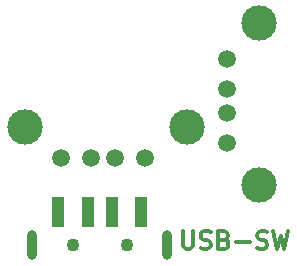
<source format=gts>
G04 #@! TF.FileFunction,Soldermask,Top*
%FSLAX46Y46*%
G04 Gerber Fmt 4.6, Leading zero omitted, Abs format (unit mm)*
G04 Created by KiCad (PCBNEW 4.0.1-stable) date Fri 01 Jan 2016 07:05:39 PM EST*
%MOMM*%
G01*
G04 APERTURE LIST*
%ADD10C,0.100000*%
%ADD11C,0.300000*%
%ADD12C,1.501140*%
%ADD13C,2.999740*%
%ADD14O,0.900000X2.500000*%
%ADD15C,1.100000*%
%ADD16R,1.100000X2.500000*%
G04 APERTURE END LIST*
D10*
D11*
X202617143Y-143323571D02*
X202617143Y-144537857D01*
X202688571Y-144680714D01*
X202760000Y-144752143D01*
X202902857Y-144823571D01*
X203188571Y-144823571D01*
X203331429Y-144752143D01*
X203402857Y-144680714D01*
X203474286Y-144537857D01*
X203474286Y-143323571D01*
X204117143Y-144752143D02*
X204331429Y-144823571D01*
X204688572Y-144823571D01*
X204831429Y-144752143D01*
X204902858Y-144680714D01*
X204974286Y-144537857D01*
X204974286Y-144395000D01*
X204902858Y-144252143D01*
X204831429Y-144180714D01*
X204688572Y-144109286D01*
X204402858Y-144037857D01*
X204260000Y-143966429D01*
X204188572Y-143895000D01*
X204117143Y-143752143D01*
X204117143Y-143609286D01*
X204188572Y-143466429D01*
X204260000Y-143395000D01*
X204402858Y-143323571D01*
X204760000Y-143323571D01*
X204974286Y-143395000D01*
X206117143Y-144037857D02*
X206331429Y-144109286D01*
X206402857Y-144180714D01*
X206474286Y-144323571D01*
X206474286Y-144537857D01*
X206402857Y-144680714D01*
X206331429Y-144752143D01*
X206188571Y-144823571D01*
X205617143Y-144823571D01*
X205617143Y-143323571D01*
X206117143Y-143323571D01*
X206260000Y-143395000D01*
X206331429Y-143466429D01*
X206402857Y-143609286D01*
X206402857Y-143752143D01*
X206331429Y-143895000D01*
X206260000Y-143966429D01*
X206117143Y-144037857D01*
X205617143Y-144037857D01*
X207117143Y-144252143D02*
X208260000Y-144252143D01*
X208902857Y-144752143D02*
X209117143Y-144823571D01*
X209474286Y-144823571D01*
X209617143Y-144752143D01*
X209688572Y-144680714D01*
X209760000Y-144537857D01*
X209760000Y-144395000D01*
X209688572Y-144252143D01*
X209617143Y-144180714D01*
X209474286Y-144109286D01*
X209188572Y-144037857D01*
X209045714Y-143966429D01*
X208974286Y-143895000D01*
X208902857Y-143752143D01*
X208902857Y-143609286D01*
X208974286Y-143466429D01*
X209045714Y-143395000D01*
X209188572Y-143323571D01*
X209545714Y-143323571D01*
X209760000Y-143395000D01*
X210260000Y-143323571D02*
X210617143Y-144823571D01*
X210902857Y-143752143D01*
X211188571Y-144823571D01*
X211545714Y-143323571D01*
D12*
X192277140Y-137162120D03*
X194817140Y-137162120D03*
X196849140Y-137162120D03*
X199389140Y-137162120D03*
D13*
X189229140Y-134495120D03*
X202945140Y-134495120D03*
D12*
X206372880Y-128777140D03*
X206372880Y-131317140D03*
X206372880Y-133349140D03*
X206372880Y-135889140D03*
D13*
X209039880Y-125729140D03*
X209039880Y-139445140D03*
D14*
X201280000Y-144482000D03*
D15*
X197880000Y-144482000D03*
D16*
X192080000Y-141732000D03*
X194580000Y-141732000D03*
X196580000Y-141732000D03*
X199080000Y-141732000D03*
D15*
X193280000Y-144482000D03*
D14*
X189880000Y-144482000D03*
M02*

</source>
